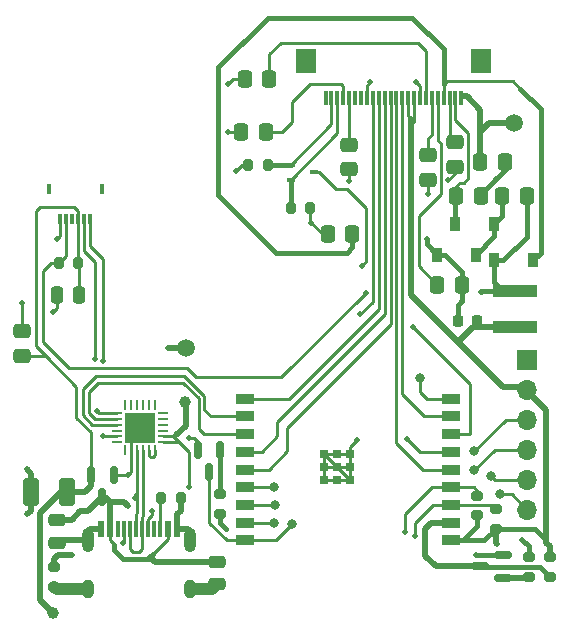
<source format=gtl>
G04 #@! TF.GenerationSoftware,KiCad,Pcbnew,6.0.10-86aedd382b~118~ubuntu20.04.1*
G04 #@! TF.CreationDate,2023-01-06T12:27:41+01:00*
G04 #@! TF.ProjectId,C3-27-epaper-touch,43332d32-372d-4657-9061-7065722d746f,rev?*
G04 #@! TF.SameCoordinates,Original*
G04 #@! TF.FileFunction,Copper,L1,Top*
G04 #@! TF.FilePolarity,Positive*
%FSLAX46Y46*%
G04 Gerber Fmt 4.6, Leading zero omitted, Abs format (unit mm)*
G04 Created by KiCad (PCBNEW 6.0.10-86aedd382b~118~ubuntu20.04.1) date 2023-01-06 12:27:41*
%MOMM*%
%LPD*%
G01*
G04 APERTURE LIST*
G04 Aperture macros list*
%AMRoundRect*
0 Rectangle with rounded corners*
0 $1 Rounding radius*
0 $2 $3 $4 $5 $6 $7 $8 $9 X,Y pos of 4 corners*
0 Add a 4 corners polygon primitive as box body*
4,1,4,$2,$3,$4,$5,$6,$7,$8,$9,$2,$3,0*
0 Add four circle primitives for the rounded corners*
1,1,$1+$1,$2,$3*
1,1,$1+$1,$4,$5*
1,1,$1+$1,$6,$7*
1,1,$1+$1,$8,$9*
0 Add four rect primitives between the rounded corners*
20,1,$1+$1,$2,$3,$4,$5,0*
20,1,$1+$1,$4,$5,$6,$7,0*
20,1,$1+$1,$6,$7,$8,$9,0*
20,1,$1+$1,$8,$9,$2,$3,0*%
G04 Aperture macros list end*
G04 #@! TA.AperFunction,SMDPad,CuDef*
%ADD10C,1.500000*%
G04 #@! TD*
G04 #@! TA.AperFunction,SMDPad,CuDef*
%ADD11RoundRect,0.250000X-0.337500X-0.475000X0.337500X-0.475000X0.337500X0.475000X-0.337500X0.475000X0*%
G04 #@! TD*
G04 #@! TA.AperFunction,SMDPad,CuDef*
%ADD12C,1.000000*%
G04 #@! TD*
G04 #@! TA.AperFunction,SMDPad,CuDef*
%ADD13R,1.498600X0.889000*%
G04 #@! TD*
G04 #@! TA.AperFunction,SMDPad,CuDef*
%ADD14R,0.711200X0.711200*%
G04 #@! TD*
G04 #@! TA.AperFunction,SMDPad,CuDef*
%ADD15RoundRect,0.150000X0.587500X0.150000X-0.587500X0.150000X-0.587500X-0.150000X0.587500X-0.150000X0*%
G04 #@! TD*
G04 #@! TA.AperFunction,SMDPad,CuDef*
%ADD16RoundRect,0.250000X0.475000X-0.337500X0.475000X0.337500X-0.475000X0.337500X-0.475000X-0.337500X0*%
G04 #@! TD*
G04 #@! TA.AperFunction,SMDPad,CuDef*
%ADD17RoundRect,0.250000X0.337500X0.475000X-0.337500X0.475000X-0.337500X-0.475000X0.337500X-0.475000X0*%
G04 #@! TD*
G04 #@! TA.AperFunction,SMDPad,CuDef*
%ADD18R,0.600000X1.450000*%
G04 #@! TD*
G04 #@! TA.AperFunction,SMDPad,CuDef*
%ADD19R,0.300000X1.450000*%
G04 #@! TD*
G04 #@! TA.AperFunction,ComponentPad*
%ADD20O,1.000000X2.100000*%
G04 #@! TD*
G04 #@! TA.AperFunction,ComponentPad*
%ADD21O,1.000000X1.600000*%
G04 #@! TD*
G04 #@! TA.AperFunction,SMDPad,CuDef*
%ADD22RoundRect,0.150000X-0.150000X0.587500X-0.150000X-0.587500X0.150000X-0.587500X0.150000X0.587500X0*%
G04 #@! TD*
G04 #@! TA.AperFunction,SMDPad,CuDef*
%ADD23RoundRect,0.200000X-0.200000X-0.275000X0.200000X-0.275000X0.200000X0.275000X-0.200000X0.275000X0*%
G04 #@! TD*
G04 #@! TA.AperFunction,SMDPad,CuDef*
%ADD24RoundRect,0.200000X-0.275000X0.200000X-0.275000X-0.200000X0.275000X-0.200000X0.275000X0.200000X0*%
G04 #@! TD*
G04 #@! TA.AperFunction,SMDPad,CuDef*
%ADD25RoundRect,0.200000X0.275000X-0.200000X0.275000X0.200000X-0.275000X0.200000X-0.275000X-0.200000X0*%
G04 #@! TD*
G04 #@! TA.AperFunction,SMDPad,CuDef*
%ADD26RoundRect,0.250000X-0.475000X0.250000X-0.475000X-0.250000X0.475000X-0.250000X0.475000X0.250000X0*%
G04 #@! TD*
G04 #@! TA.AperFunction,SMDPad,CuDef*
%ADD27R,0.304800X1.193800*%
G04 #@! TD*
G04 #@! TA.AperFunction,SMDPad,CuDef*
%ADD28R,1.803400X2.006600*%
G04 #@! TD*
G04 #@! TA.AperFunction,SMDPad,CuDef*
%ADD29R,0.900000X1.200000*%
G04 #@! TD*
G04 #@! TA.AperFunction,SMDPad,CuDef*
%ADD30RoundRect,0.250000X0.250000X0.475000X-0.250000X0.475000X-0.250000X-0.475000X0.250000X-0.475000X0*%
G04 #@! TD*
G04 #@! TA.AperFunction,SMDPad,CuDef*
%ADD31RoundRect,0.200000X0.200000X0.275000X-0.200000X0.275000X-0.200000X-0.275000X0.200000X-0.275000X0*%
G04 #@! TD*
G04 #@! TA.AperFunction,SMDPad,CuDef*
%ADD32RoundRect,0.250000X0.412500X0.925000X-0.412500X0.925000X-0.412500X-0.925000X0.412500X-0.925000X0*%
G04 #@! TD*
G04 #@! TA.AperFunction,SMDPad,CuDef*
%ADD33R,0.304800X0.812800*%
G04 #@! TD*
G04 #@! TA.AperFunction,SMDPad,CuDef*
%ADD34R,0.406400X0.812800*%
G04 #@! TD*
G04 #@! TA.AperFunction,SMDPad,CuDef*
%ADD35RoundRect,0.250000X-0.475000X0.337500X-0.475000X-0.337500X0.475000X-0.337500X0.475000X0.337500X0*%
G04 #@! TD*
G04 #@! TA.AperFunction,ComponentPad*
%ADD36R,1.700000X1.700000*%
G04 #@! TD*
G04 #@! TA.AperFunction,ComponentPad*
%ADD37O,1.700000X1.700000*%
G04 #@! TD*
G04 #@! TA.AperFunction,SMDPad,CuDef*
%ADD38RoundRect,0.062500X0.062500X-0.350000X0.062500X0.350000X-0.062500X0.350000X-0.062500X-0.350000X0*%
G04 #@! TD*
G04 #@! TA.AperFunction,SMDPad,CuDef*
%ADD39RoundRect,0.062500X0.350000X-0.062500X0.350000X0.062500X-0.350000X0.062500X-0.350000X-0.062500X0*%
G04 #@! TD*
G04 #@! TA.AperFunction,SMDPad,CuDef*
%ADD40R,2.600000X2.600000*%
G04 #@! TD*
G04 #@! TA.AperFunction,SMDPad,CuDef*
%ADD41R,0.700000X0.450000*%
G04 #@! TD*
G04 #@! TA.AperFunction,SMDPad,CuDef*
%ADD42RoundRect,0.225000X-0.225000X-0.250000X0.225000X-0.250000X0.225000X0.250000X-0.225000X0.250000X0*%
G04 #@! TD*
G04 #@! TA.AperFunction,SMDPad,CuDef*
%ADD43R,3.708400X1.092200*%
G04 #@! TD*
G04 #@! TA.AperFunction,ViaPad*
%ADD44C,0.500000*%
G04 #@! TD*
G04 #@! TA.AperFunction,ViaPad*
%ADD45C,0.800000*%
G04 #@! TD*
G04 #@! TA.AperFunction,ViaPad*
%ADD46C,1.000000*%
G04 #@! TD*
G04 #@! TA.AperFunction,Conductor*
%ADD47C,0.250000*%
G04 #@! TD*
G04 #@! TA.AperFunction,Conductor*
%ADD48C,0.400000*%
G04 #@! TD*
G04 #@! TA.AperFunction,Conductor*
%ADD49C,1.000000*%
G04 #@! TD*
G04 #@! TA.AperFunction,Conductor*
%ADD50C,0.500000*%
G04 #@! TD*
G04 APERTURE END LIST*
D10*
X156550000Y-82300000D03*
D11*
X133475000Y-83050000D03*
X135550000Y-83050000D03*
D12*
X128700000Y-105950000D03*
D13*
X151264000Y-117655087D03*
X151264000Y-116155087D03*
X151264000Y-114655085D03*
X151264000Y-113155086D03*
X151264000Y-111655086D03*
X151264000Y-110155087D03*
X151264000Y-108655087D03*
X151264000Y-107155085D03*
X151264000Y-105655085D03*
X133764000Y-105655085D03*
X133764000Y-107155085D03*
X133764000Y-108655087D03*
X133764000Y-110155087D03*
X133764000Y-111655086D03*
X133764000Y-113155086D03*
X133764000Y-114655085D03*
X133764000Y-116155087D03*
X133764000Y-117655087D03*
D14*
X142658198Y-112555110D03*
X141558198Y-112555110D03*
X140458198Y-112555110D03*
X142658300Y-111455112D03*
X141558300Y-111455112D03*
X140458299Y-111455112D03*
X142658198Y-110355114D03*
X141558198Y-110355114D03*
X140458198Y-110355114D03*
D15*
X155587500Y-120800000D03*
X155587500Y-118900000D03*
X153712500Y-119850000D03*
D16*
X149300000Y-87137500D03*
X149300000Y-85062500D03*
D17*
X152137500Y-96000000D03*
X150062500Y-96000000D03*
D18*
X121550000Y-116705000D03*
X122350000Y-116705000D03*
D19*
X123550000Y-116705000D03*
X124550000Y-116705000D03*
X125050000Y-116705000D03*
X126050000Y-116705000D03*
D18*
X127250000Y-116705000D03*
X128050000Y-116705000D03*
X128050000Y-116705000D03*
X127250000Y-116705000D03*
D19*
X126550000Y-116705000D03*
X125550000Y-116705000D03*
X124050000Y-116705000D03*
X123050000Y-116705000D03*
D18*
X122350000Y-116705000D03*
X121550000Y-116705000D03*
D20*
X129120000Y-117620000D03*
D21*
X129120000Y-121800000D03*
X120480000Y-121800000D03*
D20*
X120480000Y-117620000D03*
D22*
X122650000Y-112125000D03*
X120750000Y-112125000D03*
X121700000Y-114000000D03*
D11*
X155550000Y-88500000D03*
X157625000Y-88500000D03*
D17*
X155787500Y-85650000D03*
X153712500Y-85650000D03*
D11*
X140775000Y-91750000D03*
X142850000Y-91750000D03*
D23*
X137675000Y-89550000D03*
X139325000Y-89550000D03*
D24*
X157800000Y-119075000D03*
X157800000Y-120725000D03*
D11*
X133750000Y-78550000D03*
X135825000Y-78550000D03*
D25*
X131700000Y-115400000D03*
X131700000Y-113750000D03*
D26*
X131400000Y-119450000D03*
X131400000Y-121350000D03*
D27*
X152100001Y-80195600D03*
X151600000Y-80195600D03*
X151100001Y-80195600D03*
X150599999Y-80195600D03*
X150100000Y-80195600D03*
X149600001Y-80195600D03*
X149100000Y-80195600D03*
X148600001Y-80195600D03*
X148099999Y-80195600D03*
X147600000Y-80195600D03*
X147100001Y-80195600D03*
X146600000Y-80195600D03*
X146100000Y-80195600D03*
X145599999Y-80195600D03*
X145100000Y-80195600D03*
X144600001Y-80195600D03*
X144099999Y-80195600D03*
X143600000Y-80195600D03*
X143099999Y-80195600D03*
X142600000Y-80195600D03*
X142100001Y-80195600D03*
X141599999Y-80195600D03*
X141100000Y-80195600D03*
X140600001Y-80195600D03*
D28*
X153750000Y-77045601D03*
X138950000Y-77045601D03*
D10*
X128750000Y-101400000D03*
D17*
X153737500Y-88500000D03*
X151662500Y-88500000D03*
D23*
X126675000Y-114100000D03*
X128325000Y-114100000D03*
D22*
X131700000Y-110025000D03*
X129800000Y-110025000D03*
X130750000Y-111900000D03*
D29*
X154850000Y-90850000D03*
X151550000Y-90850000D03*
D26*
X117850000Y-115950000D03*
X117850000Y-117850000D03*
D30*
X119750000Y-96900000D03*
X117850000Y-96900000D03*
D31*
X119650000Y-94200000D03*
X118000000Y-94200000D03*
D32*
X118737500Y-113550000D03*
X115662500Y-113550000D03*
D31*
X135725000Y-85850000D03*
X134075000Y-85850000D03*
D33*
X118150000Y-90439000D03*
X118649999Y-90439000D03*
X119150001Y-90439000D03*
X119650000Y-90439000D03*
X120150001Y-90439000D03*
X120650000Y-90439000D03*
D34*
X121650001Y-87925878D03*
X117149999Y-87925878D03*
D25*
X153450000Y-115525000D03*
X153450000Y-113875000D03*
D24*
X117650000Y-119925000D03*
X117650000Y-121575000D03*
D16*
X142600000Y-86237500D03*
X142600000Y-84162500D03*
D29*
X150000000Y-93450000D03*
X153300000Y-93450000D03*
D35*
X114910000Y-99962500D03*
X114910000Y-102037500D03*
D36*
X157650000Y-102350000D03*
D37*
X157650000Y-104890000D03*
X157650000Y-107430000D03*
X157650000Y-109970000D03*
X157650000Y-112510000D03*
X157650000Y-115050000D03*
D38*
X123650000Y-110037500D03*
X124150000Y-110037500D03*
X124650000Y-110037500D03*
X125150000Y-110037500D03*
X125650000Y-110037500D03*
X126150000Y-110037500D03*
D39*
X126837500Y-109350000D03*
X126837500Y-108850000D03*
X126837500Y-108350000D03*
X126837500Y-107850000D03*
X126837500Y-107350000D03*
X126837500Y-106850000D03*
D38*
X126150000Y-106162500D03*
X125650000Y-106162500D03*
X125150000Y-106162500D03*
X124650000Y-106162500D03*
X124150000Y-106162500D03*
X123650000Y-106162500D03*
D39*
X122962500Y-106850000D03*
X122962500Y-107350000D03*
X122962500Y-107850000D03*
X122962500Y-108350000D03*
X122962500Y-108850000D03*
X122962500Y-109350000D03*
D40*
X124900000Y-108100000D03*
D41*
X137650000Y-85850000D03*
X137650000Y-87150000D03*
X139650000Y-86500000D03*
D42*
X151850000Y-99050000D03*
X153400000Y-99050000D03*
D25*
X155000000Y-116675000D03*
X155000000Y-115025000D03*
D43*
X156650000Y-96551400D03*
X156650000Y-99548600D03*
D29*
X158200000Y-93950000D03*
X154900000Y-93950000D03*
D16*
X151550000Y-86037500D03*
X151550000Y-83962500D03*
D24*
X159590000Y-119075000D03*
X159590000Y-120725000D03*
D44*
X114920000Y-97560000D03*
X143250000Y-109150000D03*
X123900000Y-112100000D03*
X149150000Y-92100000D03*
X149300000Y-88300000D03*
X148250000Y-78850000D03*
X151000000Y-87150000D03*
D45*
X148600000Y-103900000D03*
D44*
X132350000Y-83050000D03*
X124050000Y-108100000D03*
X133000000Y-86350000D03*
X117900000Y-92100000D03*
X132350000Y-79000000D03*
X155000000Y-87050000D03*
X117500000Y-98350000D03*
X127300000Y-101400000D03*
X142600000Y-87250000D03*
X115300000Y-111650000D03*
X115350000Y-115450000D03*
X144400000Y-78850000D03*
X152150000Y-97400000D03*
X139350000Y-90750000D03*
D46*
X117500000Y-123800000D03*
D44*
X155100000Y-117950000D03*
X123900000Y-114750000D03*
X129050000Y-113100000D03*
X148000000Y-99600000D03*
X144000000Y-96700000D03*
X148150000Y-117300000D03*
X121050000Y-102300000D03*
X125900000Y-115200000D03*
X124500000Y-114050000D03*
D45*
X137800000Y-116250000D03*
X155400000Y-113750000D03*
X136250000Y-116150000D03*
X154650000Y-112200000D03*
X153200000Y-111700000D03*
X136300000Y-114650000D03*
X136250000Y-113150000D03*
X153200000Y-110100000D03*
D44*
X143650000Y-94400000D03*
X153800000Y-96650000D03*
X143550000Y-98500000D03*
X147475000Y-109075000D03*
X123450000Y-117850000D03*
X119150000Y-118900000D03*
X121250000Y-106700000D03*
X132200000Y-116700000D03*
X153325000Y-118925000D03*
X129000000Y-108950000D03*
X121800000Y-108850000D03*
X157250000Y-117600000D03*
X121800000Y-102450000D03*
X147350000Y-116900000D03*
D47*
X124150000Y-108850000D02*
X124900000Y-108100000D01*
X133500000Y-85850000D02*
X133000000Y-86350000D01*
X139325000Y-89550000D02*
X139325000Y-90725000D01*
X114910000Y-97570000D02*
X114920000Y-97560000D01*
D48*
X155787500Y-86262500D02*
X155787500Y-85650000D01*
D49*
X130950000Y-121800000D02*
X129120000Y-121800000D01*
D48*
X151850000Y-99050000D02*
X151850000Y-97700000D01*
D50*
X128050000Y-116705000D02*
X128945000Y-116705000D01*
X128750000Y-101400000D02*
X127300000Y-101400000D01*
D47*
X148600000Y-105050000D02*
X148600000Y-103900000D01*
D50*
X128325000Y-115175000D02*
X128325000Y-114100000D01*
D47*
X133475000Y-83050000D02*
X132350000Y-83050000D01*
X118150000Y-90439000D02*
X118150000Y-91850000D01*
X142600000Y-86237500D02*
X142600000Y-87250000D01*
D50*
X115662500Y-112012500D02*
X115300000Y-111650000D01*
D48*
X152150000Y-96012500D02*
X152137500Y-96000000D01*
D47*
X142658198Y-109741802D02*
X143250000Y-109150000D01*
X139325000Y-90725000D02*
X139350000Y-90750000D01*
D50*
X129120000Y-116880000D02*
X129120000Y-117620000D01*
D47*
X123900000Y-112100000D02*
X122675000Y-112100000D01*
X140500000Y-110350000D02*
X140500000Y-112550000D01*
X148600001Y-79200001D02*
X148250000Y-78850000D01*
D48*
X150000000Y-93450000D02*
X149150000Y-92600000D01*
D50*
X128945000Y-116705000D02*
X129120000Y-116880000D01*
D47*
X151550000Y-86037500D02*
X151550000Y-86600000D01*
X122675000Y-112100000D02*
X122650000Y-112125000D01*
X149205085Y-105655085D02*
X148600000Y-105050000D01*
X140500000Y-112550000D02*
X142653088Y-112550000D01*
D50*
X115662500Y-113550000D02*
X115662500Y-112012500D01*
D47*
X117850000Y-96900000D02*
X117850000Y-98000000D01*
X124150000Y-110037500D02*
X124150000Y-111850000D01*
D48*
X153737500Y-88312500D02*
X154850000Y-87200000D01*
X154850000Y-87200000D02*
X155787500Y-86262500D01*
D47*
X124150000Y-110037500D02*
X124150000Y-108850000D01*
D48*
X152137500Y-96000000D02*
X152137500Y-94887500D01*
X152150000Y-97400000D02*
X152150000Y-96012500D01*
D50*
X128050000Y-115450000D02*
X128325000Y-115175000D01*
D47*
X140350000Y-91750000D02*
X139350000Y-90750000D01*
X114910000Y-99962500D02*
X114910000Y-97570000D01*
D50*
X121550000Y-116705000D02*
X120655000Y-116705000D01*
X120655000Y-116705000D02*
X120480000Y-116880000D01*
D49*
X131400000Y-121350000D02*
X130950000Y-121800000D01*
D47*
X151550000Y-86600000D02*
X151000000Y-87150000D01*
D50*
X115662500Y-115137500D02*
X115350000Y-115450000D01*
X120480000Y-117620000D02*
X118080000Y-117620000D01*
D47*
X134075000Y-85850000D02*
X133500000Y-85850000D01*
X142653084Y-112550000D02*
X140458198Y-110355114D01*
D50*
X115662500Y-113550000D02*
X115662500Y-115137500D01*
D47*
X117850000Y-98000000D02*
X117500000Y-98350000D01*
X142653088Y-112550000D02*
X142658198Y-112555110D01*
D48*
X153737500Y-88500000D02*
X153737500Y-88312500D01*
D47*
X140775000Y-91750000D02*
X140350000Y-91750000D01*
X142658198Y-110355114D02*
X142658198Y-109741802D01*
D50*
X120480000Y-116880000D02*
X120480000Y-117620000D01*
D47*
X142700000Y-110350000D02*
X140500000Y-110350000D01*
X118150000Y-91850000D02*
X117900000Y-92100000D01*
X148600001Y-80195600D02*
X148600001Y-79200001D01*
D49*
X117875000Y-121800000D02*
X117650000Y-121575000D01*
D47*
X144099999Y-79150001D02*
X144400000Y-78850000D01*
X149300000Y-87137500D02*
X149300000Y-88300000D01*
D48*
X151850000Y-97700000D02*
X152150000Y-97400000D01*
D50*
X118080000Y-117620000D02*
X117850000Y-117850000D01*
D47*
X151264000Y-105655085D02*
X149205085Y-105655085D01*
D48*
X152137500Y-94887500D02*
X150700000Y-93450000D01*
X149150000Y-92600000D02*
X149150000Y-92100000D01*
D50*
X128050000Y-116705000D02*
X128050000Y-115450000D01*
D47*
X142658300Y-111455112D02*
X140458299Y-111455112D01*
D48*
X150700000Y-93450000D02*
X150000000Y-93450000D01*
D47*
X132800000Y-78550000D02*
X132350000Y-79000000D01*
X124150000Y-111850000D02*
X123900000Y-112100000D01*
X133750000Y-78550000D02*
X132800000Y-78550000D01*
X144099999Y-80195600D02*
X144099999Y-79150001D01*
X142658198Y-112555110D02*
X142658198Y-110355114D01*
D49*
X120480000Y-121800000D02*
X117875000Y-121800000D01*
D50*
X153101400Y-99548600D02*
X156650000Y-99548600D01*
X120750000Y-113050000D02*
X120750000Y-112125000D01*
D47*
X116900000Y-102050000D02*
X119500000Y-104650000D01*
D50*
X116400000Y-122700000D02*
X116400000Y-115350000D01*
D48*
X154019913Y-117655087D02*
X155000000Y-116675000D01*
X153450000Y-116450000D02*
X153450000Y-115525000D01*
D50*
X155100000Y-117950000D02*
X155000000Y-117850000D01*
X116400000Y-115350000D02*
X118200000Y-113550000D01*
X155000000Y-117850000D02*
X155000000Y-116675000D01*
X159300000Y-106650000D02*
X159300000Y-117870000D01*
X147850000Y-96900000D02*
X147850000Y-82000000D01*
D47*
X116900000Y-102050000D02*
X114922500Y-102050000D01*
X119650000Y-89750000D02*
X119650000Y-90439000D01*
D50*
X118300000Y-113450000D02*
X118737500Y-113450000D01*
X158000000Y-105350000D02*
X159300000Y-106650000D01*
D47*
X116450000Y-89400000D02*
X116050000Y-89800000D01*
X119650000Y-90439000D02*
X119650000Y-94200000D01*
X119750000Y-94300000D02*
X119650000Y-94200000D01*
X120750000Y-108500000D02*
X120750000Y-112125000D01*
D50*
X159300000Y-117870000D02*
X159590000Y-118160000D01*
X147850000Y-82000000D02*
X147874999Y-81975001D01*
D47*
X114922500Y-102050000D02*
X114910000Y-102037500D01*
D50*
X120250000Y-113550000D02*
X120750000Y-113050000D01*
D48*
X152244913Y-117655087D02*
X153450000Y-116450000D01*
D47*
X119650000Y-89750000D02*
X119300000Y-89400000D01*
D48*
X158375000Y-116675000D02*
X159300000Y-117600000D01*
D50*
X151800000Y-100850000D02*
X147850000Y-96900000D01*
X151800000Y-100850000D02*
X153101400Y-99548600D01*
D47*
X119500000Y-104650000D02*
X119500000Y-107250000D01*
D50*
X155650000Y-104700000D02*
X158000000Y-104700000D01*
D47*
X119750000Y-96900000D02*
X119750000Y-94300000D01*
X147600000Y-81700002D02*
X147874999Y-81975001D01*
X119300000Y-89400000D02*
X116450000Y-89400000D01*
X148099999Y-82200001D02*
X147874999Y-81975001D01*
X119500000Y-107250000D02*
X120750000Y-108500000D01*
D50*
X117500000Y-123800000D02*
X116400000Y-122700000D01*
X118737500Y-113550000D02*
X120250000Y-113550000D01*
X158000000Y-104700000D02*
X158000000Y-105350000D01*
D47*
X147600000Y-80195600D02*
X147600000Y-81700002D01*
D48*
X155000000Y-116675000D02*
X158375000Y-116675000D01*
D50*
X151800000Y-100850000D02*
X155650000Y-104700000D01*
X118200000Y-113550000D02*
X118737500Y-113550000D01*
D47*
X116050000Y-101200000D02*
X116900000Y-102050000D01*
D48*
X151264000Y-117655087D02*
X152244913Y-117655087D01*
D47*
X148099999Y-80195600D02*
X148099999Y-82200001D01*
X116050000Y-89800000D02*
X116050000Y-101200000D01*
D50*
X159590000Y-118160000D02*
X159590000Y-119075000D01*
D48*
X152244913Y-117655087D02*
X154019913Y-117655087D01*
D47*
X125775000Y-119025000D02*
X125700000Y-119100000D01*
D48*
X123450000Y-119250000D02*
X122700000Y-118500000D01*
D50*
X123550000Y-114400000D02*
X123900000Y-114750000D01*
D47*
X127250000Y-117550000D02*
X126025000Y-118775000D01*
D50*
X119100000Y-115950000D02*
X117850000Y-115950000D01*
D47*
X126837500Y-108850000D02*
X127700000Y-108850000D01*
D50*
X122350000Y-116705000D02*
X122350000Y-114400000D01*
X122350000Y-114400000D02*
X121950000Y-114000000D01*
X128750000Y-106100000D02*
X128750000Y-107950000D01*
X131400000Y-119450000D02*
X126150000Y-119450000D01*
D47*
X122350000Y-117600000D02*
X122700000Y-117950000D01*
X122350000Y-116705000D02*
X122350000Y-117600000D01*
D50*
X121700000Y-114000000D02*
X120500000Y-115200000D01*
X126150000Y-119450000D02*
X125775000Y-119075000D01*
D47*
X122700000Y-117950000D02*
X122700000Y-118050000D01*
X128200000Y-109350000D02*
X129050000Y-110200000D01*
D48*
X122700000Y-118500000D02*
X122700000Y-118050000D01*
D50*
X128750000Y-107950000D02*
X127950000Y-108750000D01*
D48*
X126025000Y-118775000D02*
X125775000Y-119025000D01*
D50*
X119850000Y-115200000D02*
X119100000Y-115950000D01*
D47*
X127700000Y-108850000D02*
X128200000Y-109350000D01*
D50*
X121950000Y-114000000D02*
X121700000Y-114000000D01*
D48*
X125550000Y-119250000D02*
X123450000Y-119250000D01*
D47*
X127250000Y-116705000D02*
X127250000Y-117550000D01*
D50*
X125775000Y-119075000D02*
X125775000Y-119025000D01*
D48*
X126025000Y-118775000D02*
X125550000Y-119250000D01*
D47*
X126837500Y-109350000D02*
X128200000Y-109350000D01*
D50*
X120500000Y-115200000D02*
X119850000Y-115200000D01*
X122350000Y-114400000D02*
X123550000Y-114400000D01*
D47*
X129050000Y-110200000D02*
X129050000Y-113100000D01*
X151264000Y-108655087D02*
X152844913Y-108655087D01*
X128850000Y-103050000D02*
X118900000Y-103050000D01*
X152844913Y-104594913D02*
X152844913Y-104444913D01*
X118649999Y-93550001D02*
X118000000Y-94200000D01*
X144000000Y-96700000D02*
X136850000Y-103850000D01*
X152844913Y-108655087D02*
X152844913Y-104594913D01*
X129650000Y-103850000D02*
X128850000Y-103050000D01*
X118649999Y-90439000D02*
X118649999Y-93550001D01*
X116700000Y-100850000D02*
X116700000Y-94850000D01*
X116700000Y-94850000D02*
X117350000Y-94200000D01*
X136850000Y-103850000D02*
X129650000Y-103850000D01*
X152844913Y-104444913D02*
X148000000Y-99600000D01*
X118900000Y-103050000D02*
X116700000Y-100850000D01*
X117350000Y-94200000D02*
X118000000Y-94200000D01*
X142600000Y-80195600D02*
X142600000Y-84162500D01*
X139250000Y-79000000D02*
X137750000Y-80500000D01*
X142100001Y-80195600D02*
X142100001Y-79200001D01*
X141900000Y-79000000D02*
X139250000Y-79000000D01*
X137750000Y-82200000D02*
X136900000Y-83050000D01*
X136900000Y-83050000D02*
X135550000Y-83050000D01*
X142100001Y-79200001D02*
X141900000Y-79000000D01*
X137750000Y-80500000D02*
X137750000Y-82200000D01*
X120150001Y-90439000D02*
X120150001Y-93150001D01*
X151264000Y-114655085D02*
X154630085Y-114655085D01*
X149694915Y-114655085D02*
X148150000Y-116200000D01*
X151264000Y-114655085D02*
X149694915Y-114655085D01*
X121050000Y-102300000D02*
X121050000Y-94050000D01*
X154630085Y-114655085D02*
X155000000Y-115025000D01*
X148150000Y-116200000D02*
X148150000Y-117300000D01*
X121050000Y-94050000D02*
X120150001Y-93150001D01*
X151100001Y-83512501D02*
X151550000Y-83962500D01*
X151100001Y-80195600D02*
X151100001Y-83512501D01*
D50*
X154450000Y-82300000D02*
X153712500Y-83037500D01*
X153712500Y-81212500D02*
X152550000Y-80050000D01*
X152550000Y-80050000D02*
X152300000Y-80050000D01*
X153712500Y-83037500D02*
X153712500Y-81212500D01*
X153712500Y-85650000D02*
X153712500Y-83037500D01*
X156550000Y-82300000D02*
X154450000Y-82300000D01*
D47*
X124500000Y-113750000D02*
X124650000Y-113600000D01*
X124650000Y-115300000D02*
X124550000Y-115400000D01*
X125900000Y-115500000D02*
X125900000Y-115200000D01*
X125850000Y-115550000D02*
X125900000Y-115500000D01*
X124550000Y-115400000D02*
X124550000Y-116705000D01*
X125550000Y-115850000D02*
X125850000Y-115550000D01*
X124650000Y-113600000D02*
X124650000Y-115300000D01*
X124650000Y-110037500D02*
X124650000Y-113600000D01*
X125550000Y-116705000D02*
X125550000Y-115850000D01*
X124500000Y-114050000D02*
X124500000Y-113750000D01*
X126550000Y-116705000D02*
X126550000Y-114225000D01*
X126550000Y-114225000D02*
X126675000Y-114100000D01*
X149100000Y-76200000D02*
X148400000Y-75500000D01*
X136800000Y-75500000D02*
X135825000Y-76475000D01*
X148400000Y-75500000D02*
X136800000Y-75500000D01*
X149100000Y-80195600D02*
X149100000Y-76200000D01*
X135825000Y-76475000D02*
X135825000Y-78550000D01*
X148500000Y-94437500D02*
X150062500Y-96000000D01*
X148500000Y-90200000D02*
X148500000Y-94437500D01*
X150400000Y-88300000D02*
X148500000Y-90200000D01*
X150400000Y-84050000D02*
X150400000Y-88300000D01*
X150100000Y-83750000D02*
X150400000Y-84050000D01*
X150100000Y-80195600D02*
X150100000Y-83750000D01*
X132255087Y-117655087D02*
X130750000Y-116150000D01*
X130750000Y-116150000D02*
X130750000Y-111900000D01*
X133764000Y-117655087D02*
X132255087Y-117655087D01*
X136394913Y-117655087D02*
X137800000Y-116250000D01*
X133764000Y-117655087D02*
X136394913Y-117655087D01*
X156350000Y-113750000D02*
X157650000Y-115050000D01*
X155400000Y-113750000D02*
X156350000Y-113750000D01*
X157650000Y-112510000D02*
X154960000Y-112510000D01*
X154960000Y-112510000D02*
X154650000Y-112200000D01*
X136250000Y-116150000D02*
X133769087Y-116150000D01*
X133769087Y-116150000D02*
X133764000Y-116155087D01*
X136300000Y-114650000D02*
X136294915Y-114655085D01*
X154930000Y-109970000D02*
X153200000Y-111700000D01*
X136294915Y-114655085D02*
X133764000Y-114655085D01*
X157650000Y-109970000D02*
X154930000Y-109970000D01*
X157650000Y-107430000D02*
X155870000Y-107430000D01*
X155870000Y-107430000D02*
X153200000Y-110100000D01*
X133769086Y-113150000D02*
X133764000Y-113155086D01*
X136250000Y-113150000D02*
X133769086Y-113150000D01*
X149300000Y-83600000D02*
X149300000Y-85062500D01*
X149600001Y-83299999D02*
X149300000Y-83600000D01*
X149600001Y-80195600D02*
X149600001Y-83299999D01*
D48*
X142400000Y-93300000D02*
X136400000Y-93300000D01*
D47*
X150599999Y-80195600D02*
X150599999Y-79050001D01*
D48*
X135700000Y-73400000D02*
X147950000Y-73400000D01*
D47*
X150900000Y-78750000D02*
X156450000Y-78750000D01*
D48*
X150599999Y-76049999D02*
X150599999Y-79050001D01*
X136400000Y-93300000D02*
X131500000Y-88400000D01*
D47*
X150599999Y-79050001D02*
X150900000Y-78750000D01*
X156450000Y-78750000D02*
X157100000Y-79400000D01*
D48*
X147950000Y-73400000D02*
X150599999Y-76049999D01*
X131500000Y-88400000D02*
X131500000Y-77600000D01*
X142850000Y-92850000D02*
X142400000Y-93300000D01*
X158800000Y-93350000D02*
X158200000Y-93950000D01*
X157100000Y-79400000D02*
X158800000Y-81100000D01*
X142850000Y-91750000D02*
X142850000Y-92850000D01*
X158800000Y-81100000D02*
X158800000Y-93350000D01*
X131500000Y-77600000D02*
X135700000Y-73400000D01*
D47*
X152300000Y-87400000D02*
X151950000Y-87400000D01*
X151600000Y-80195600D02*
X151600000Y-82050000D01*
X151600000Y-82050000D02*
X152700000Y-83150000D01*
X151950000Y-87400000D02*
X151662500Y-87687500D01*
X151662500Y-87687500D02*
X151662500Y-88500000D01*
X152700000Y-87000000D02*
X152300000Y-87400000D01*
D48*
X151550000Y-88612500D02*
X151662500Y-88500000D01*
X151550000Y-90850000D02*
X151550000Y-88612500D01*
D47*
X152700000Y-83150000D02*
X152700000Y-87000000D01*
D48*
X154850000Y-91900000D02*
X154850000Y-90850000D01*
X153300000Y-93450000D02*
X154850000Y-91900000D01*
X155550000Y-90150000D02*
X155550000Y-88500000D01*
X154850000Y-90850000D02*
X155550000Y-90150000D01*
X154900000Y-93950000D02*
X155650000Y-93950000D01*
D47*
X144050000Y-94000000D02*
X144050000Y-89500000D01*
X140050000Y-86500000D02*
X139650000Y-86500000D01*
X141450000Y-87900000D02*
X140050000Y-86500000D01*
X142450000Y-87900000D02*
X141450000Y-87900000D01*
D48*
X154900000Y-95800000D02*
X154900000Y-93950000D01*
X155651400Y-96551400D02*
X154900000Y-95800000D01*
X156650000Y-96551400D02*
X153898600Y-96551400D01*
X153898600Y-96551400D02*
X153800000Y-96650000D01*
X156650000Y-96551400D02*
X155651400Y-96551400D01*
D47*
X144050000Y-89500000D02*
X142450000Y-87900000D01*
D48*
X157625000Y-91975000D02*
X157625000Y-88500000D01*
D47*
X143650000Y-94400000D02*
X144050000Y-94000000D01*
D48*
X155650000Y-93950000D02*
X157625000Y-91975000D01*
D47*
X147100001Y-105300001D02*
X148955085Y-107155085D01*
X147100001Y-80195600D02*
X147100001Y-105300001D01*
X148955085Y-107155085D02*
X151264000Y-107155085D01*
X146600000Y-80195600D02*
X146600000Y-109400000D01*
X148855086Y-111655086D02*
X151264000Y-111655086D01*
X146600000Y-109400000D02*
X148855086Y-111655086D01*
X146100000Y-99350000D02*
X137350000Y-108100000D01*
X137350000Y-110100000D02*
X135794914Y-111655086D01*
X137350000Y-108100000D02*
X137350000Y-110100000D01*
X146100000Y-80195600D02*
X146100000Y-99350000D01*
X135794914Y-111655086D02*
X133764000Y-111655086D01*
X136500000Y-107600000D02*
X136500000Y-108850000D01*
X136500000Y-108850000D02*
X135194913Y-110155087D01*
X145599999Y-98500001D02*
X136500000Y-107600000D01*
X145599999Y-80195600D02*
X145599999Y-98500001D01*
X135194913Y-110155087D02*
X133764000Y-110155087D01*
X145100000Y-98050000D02*
X137494915Y-105655085D01*
X145100000Y-80195600D02*
X145100000Y-98050000D01*
X137494915Y-105655085D02*
X133764000Y-105655085D01*
X144600001Y-80195600D02*
X144600001Y-97449999D01*
X144600001Y-97449999D02*
X143550000Y-98500000D01*
X148555087Y-110155087D02*
X147475000Y-109075000D01*
X151264000Y-110155087D02*
X148555087Y-110155087D01*
X137650000Y-89525000D02*
X137675000Y-89550000D01*
D48*
X137650000Y-87150000D02*
X137650000Y-89525000D01*
D47*
X141599999Y-80195600D02*
X141599999Y-83200001D01*
X141599999Y-83200001D02*
X137650000Y-87150000D01*
X141100000Y-82400000D02*
X137650000Y-85850000D01*
X141100000Y-80195600D02*
X141100000Y-82400000D01*
D48*
X137650000Y-85850000D02*
X135725000Y-85850000D01*
D47*
X124800000Y-118600000D02*
X125050000Y-118350000D01*
X124050000Y-116705000D02*
X124050000Y-118350000D01*
X124050000Y-118350000D02*
X124300000Y-118600000D01*
X124300000Y-118600000D02*
X124800000Y-118600000D01*
X125050000Y-118350000D02*
X125050000Y-116705000D01*
X125050000Y-116705000D02*
X125050000Y-115700000D01*
X125150000Y-110037500D02*
X125150000Y-115550000D01*
X125050000Y-115700000D02*
X125150000Y-115600000D01*
X125150000Y-115550000D02*
X125150000Y-115600000D01*
D50*
X119150000Y-118900000D02*
X117950000Y-118900000D01*
D47*
X123550000Y-117750000D02*
X123450000Y-117850000D01*
X123550000Y-116705000D02*
X123550000Y-117750000D01*
D50*
X117650000Y-119200000D02*
X117650000Y-119925000D01*
X117950000Y-118900000D02*
X117650000Y-119200000D01*
X155587500Y-120800000D02*
X157725000Y-120800000D01*
X157725000Y-120800000D02*
X157800000Y-120725000D01*
D48*
X153350000Y-118900000D02*
X153325000Y-118925000D01*
D47*
X121400000Y-106850000D02*
X121250000Y-106700000D01*
D48*
X131700000Y-115400000D02*
X131700000Y-116200000D01*
X131700000Y-116200000D02*
X132200000Y-116700000D01*
X155587500Y-118900000D02*
X153350000Y-118900000D01*
D47*
X122962500Y-106850000D02*
X121400000Y-106850000D01*
D50*
X151264000Y-116155087D02*
X149544913Y-116155087D01*
D48*
X158765000Y-119900000D02*
X159590000Y-120725000D01*
X153712500Y-119850000D02*
X153762500Y-119900000D01*
D50*
X149050000Y-116650000D02*
X149050000Y-118950000D01*
X149950000Y-119850000D02*
X153712500Y-119850000D01*
X149544913Y-116155087D02*
X149050000Y-116650000D01*
X149050000Y-118950000D02*
X149950000Y-119850000D01*
D48*
X153762500Y-119900000D02*
X158765000Y-119900000D01*
X131700000Y-110025000D02*
X131700000Y-113750000D01*
D47*
X129450000Y-108950000D02*
X129000000Y-108950000D01*
X121800000Y-108850000D02*
X122962500Y-108850000D01*
D48*
X157800000Y-118150000D02*
X157800000Y-119075000D01*
X157250000Y-117600000D02*
X157800000Y-118150000D01*
D47*
X129800000Y-109300000D02*
X129450000Y-108950000D01*
X129800000Y-110025000D02*
X129800000Y-109300000D01*
X130905085Y-107155085D02*
X130350000Y-106600000D01*
X120850000Y-107850000D02*
X122962500Y-107850000D01*
X133764000Y-107155085D02*
X130905085Y-107155085D01*
X130350000Y-106600000D02*
X130350000Y-105450000D01*
X120050000Y-107050000D02*
X120850000Y-107850000D01*
X128650000Y-103750000D02*
X121150000Y-103750000D01*
X120050000Y-104850000D02*
X120050000Y-107050000D01*
X130350000Y-105450000D02*
X128650000Y-103750000D01*
X121150000Y-103750000D02*
X120050000Y-104850000D01*
X122962500Y-107350000D02*
X121050000Y-107350000D01*
X121300000Y-104300000D02*
X128550000Y-104300000D01*
X120550000Y-105050000D02*
X121300000Y-104300000D01*
X121050000Y-107350000D02*
X120550000Y-106850000D01*
X120550000Y-106850000D02*
X120550000Y-105050000D01*
X128550000Y-104300000D02*
X129850000Y-105600000D01*
X130305087Y-108655087D02*
X133764000Y-108655087D01*
X129850000Y-108200000D02*
X130305087Y-108655087D01*
X129850000Y-105600000D02*
X129850000Y-108200000D01*
X126150000Y-110037500D02*
X126150000Y-110400000D01*
X125650000Y-110450000D02*
X125650000Y-110037500D01*
X126000000Y-110550000D02*
X125750000Y-110550000D01*
X126150000Y-110400000D02*
X126000000Y-110550000D01*
X125750000Y-110550000D02*
X125650000Y-110450000D01*
X120650000Y-90439000D02*
X120650000Y-92700000D01*
X120650000Y-92700000D02*
X121800000Y-93850000D01*
X147350000Y-115400000D02*
X149594914Y-113155086D01*
X153155086Y-113155086D02*
X153450000Y-113450000D01*
X153450000Y-113450000D02*
X153450000Y-113875000D01*
X121800000Y-93850000D02*
X121800000Y-102450000D01*
X147350000Y-116900000D02*
X147350000Y-115400000D01*
X149594914Y-113155086D02*
X151264000Y-113155086D01*
X151264000Y-113155086D02*
X153155086Y-113155086D01*
M02*

</source>
